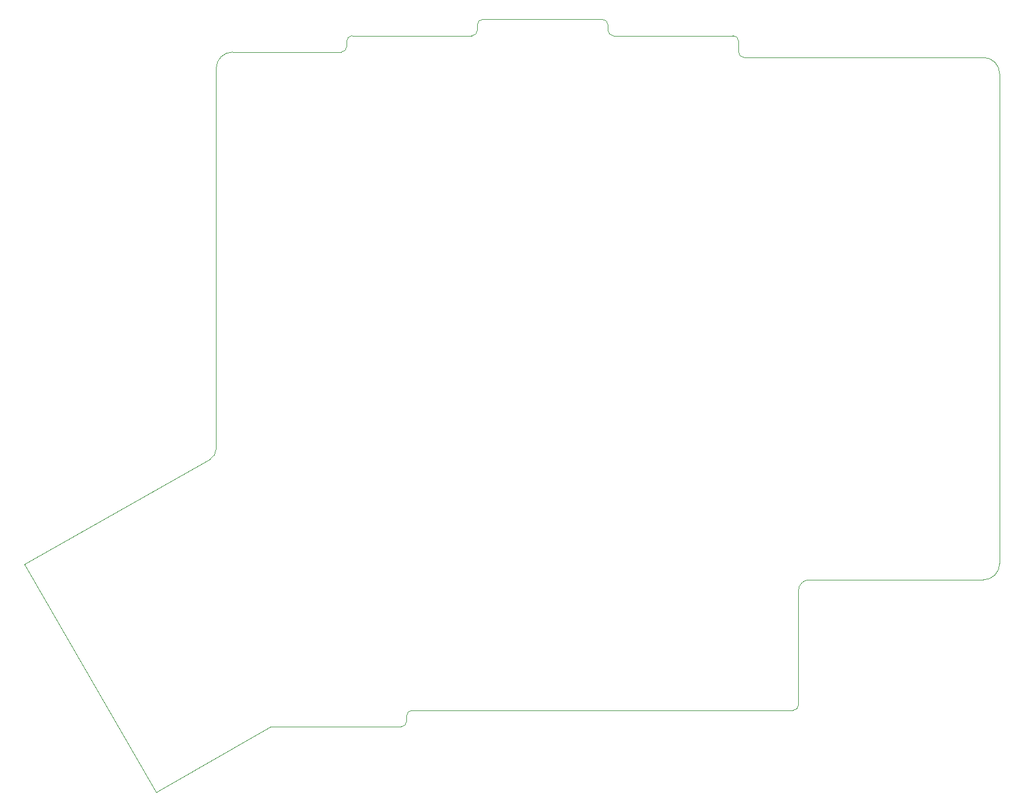
<source format=gbr>
%TF.GenerationSoftware,KiCad,Pcbnew,(5.1.9-0-10_14)*%
%TF.CreationDate,2021-04-19T01:21:19-05:00*%
%TF.ProjectId,wren-right-top,7772656e-2d72-4696-9768-742d746f702e,rev?*%
%TF.SameCoordinates,Original*%
%TF.FileFunction,Profile,NP*%
%FSLAX46Y46*%
G04 Gerber Fmt 4.6, Leading zero omitted, Abs format (unit mm)*
G04 Created by KiCad (PCBNEW (5.1.9-0-10_14)) date 2021-04-19 01:21:19*
%MOMM*%
%LPD*%
G01*
G04 APERTURE LIST*
%TA.AperFunction,Profile*%
%ADD10C,0.050000*%
%TD*%
G04 APERTURE END LIST*
D10*
X175424000Y-51593750D02*
X175424888Y-123031251D01*
X173043500Y-49213250D02*
X138144250Y-49212500D01*
X173043500Y-49213250D02*
G75*
G02*
X175424000Y-51593750I0J-2380500D01*
G01*
X175424888Y-123031251D02*
G75*
G02*
X173069249Y-125412499I-2381388J1D01*
G01*
X61139048Y-106371347D02*
X61162500Y-50800000D01*
X33210500Y-123158250D02*
X52387500Y-156432250D01*
X33210500Y-123158250D02*
X60261500Y-107791250D01*
X79406750Y-48418750D02*
X63543000Y-48419500D01*
X63543000Y-48419500D02*
G75*
G03*
X61162500Y-50800000I0J-2380500D01*
G01*
X69088000Y-146843750D02*
X52387500Y-156432250D01*
X147669250Y-125412500D02*
X173069250Y-125412500D01*
X147669250Y-125412500D02*
G75*
G03*
X146081750Y-127000000I0J-1587500D01*
G01*
X146081750Y-143668750D02*
X146081750Y-127000000D01*
X145288000Y-144462500D02*
X126238000Y-144462500D01*
X118300500Y-44450000D02*
X118300500Y-45243750D01*
X88138000Y-146843750D02*
X69088000Y-146843750D01*
X88931750Y-145256250D02*
X88931750Y-146050000D01*
X88138000Y-146843750D02*
G75*
G03*
X88931750Y-146050000I0J793750D01*
G01*
X89725500Y-144462500D02*
G75*
G03*
X88931750Y-145256250I0J-793750D01*
G01*
X126238000Y-144462500D02*
X89725500Y-144462500D01*
X145288000Y-144462500D02*
G75*
G03*
X146081750Y-143668750I0J793750D01*
G01*
X60261500Y-107791250D02*
G75*
G03*
X61139048Y-106371347I-709952J1419903D01*
G01*
X80200500Y-46831250D02*
X80200500Y-47625000D01*
X98456750Y-46037500D02*
X80994250Y-46037500D01*
X99250500Y-44450000D02*
X99250500Y-45243750D01*
X117506750Y-43656250D02*
X100044250Y-43656250D01*
X136556750Y-46037500D02*
X119094250Y-46037500D01*
X137350500Y-48418750D02*
X137350500Y-46831250D01*
X79406750Y-48418750D02*
G75*
G03*
X80200500Y-47625000I0J793750D01*
G01*
X80994250Y-46037500D02*
G75*
G03*
X80200500Y-46831250I0J-793750D01*
G01*
X98456750Y-46037500D02*
G75*
G03*
X99250500Y-45243750I0J793750D01*
G01*
X100044250Y-43656250D02*
G75*
G03*
X99250500Y-44450000I0J-793750D01*
G01*
X137350500Y-46831250D02*
G75*
G03*
X136556750Y-46037500I-793750J0D01*
G01*
X137350500Y-48418750D02*
G75*
G03*
X138144250Y-49212500I793750J0D01*
G01*
X118300500Y-44450000D02*
G75*
G03*
X117506750Y-43656250I-793750J0D01*
G01*
X118300500Y-45243750D02*
G75*
G03*
X119094250Y-46037500I793750J0D01*
G01*
M02*

</source>
